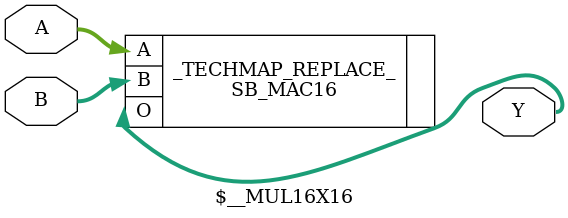
<source format=v>
module \$__MUL16X16 (input [15:0] A, input [15:0] B, output [31:0] Y);
	parameter A_SIGNED = 0;
	parameter B_SIGNED = 0;
	parameter A_WIDTH = 0;
	parameter B_WIDTH = 0;
	parameter Y_WIDTH = 0;

	SB_MAC16 #(
		.NEG_TRIGGER(1'b0),
		.C_REG(1'b0),
		.A_REG(1'b0),
		.B_REG(1'b0),
		.D_REG(1'b0),
		.TOP_8x8_MULT_REG(1'b0),
		.BOT_8x8_MULT_REG(1'b0),
		.PIPELINE_16x16_MULT_REG1(1'b0),
		.PIPELINE_16x16_MULT_REG2(1'b0),
		.TOPOUTPUT_SELECT(2'b11),
		.TOPADDSUB_LOWERINPUT(2'b0),
		.TOPADDSUB_UPPERINPUT(1'b0),
		.TOPADDSUB_CARRYSELECT(2'b0),
		.BOTOUTPUT_SELECT(2'b11),
		.BOTADDSUB_LOWERINPUT(2'b0),
		.BOTADDSUB_UPPERINPUT(1'b0),
		.BOTADDSUB_CARRYSELECT(2'b0),
		.MODE_8x8(1'b0),
		.A_SIGNED(A_SIGNED),
		.B_SIGNED(B_SIGNED)
	) _TECHMAP_REPLACE_ (
		.A(A),
		.B(B),
		.O(Y),
	);
endmodule

</source>
